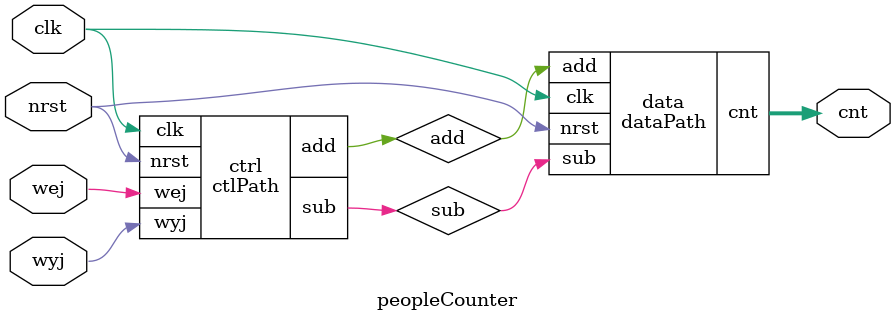
<source format=sv>
module ctlPath(
input clk, nrst,
input wej, wyj,
output add, sub, 		//sygnaly sterujace
);
  const logic [1:0] START = 2'b11, ENTRCL = 2'b10, ENTROP = 2'b01, ALLOP = 2'b00; //start, entry close, entry opened, all open
	
  logic [1:0] inputFot;
  logic [1:0] state;
  assign inputFot = {wej,wyj};
  always_ff @(posedge clk, negedge nrst)
    if (!nrst)
        state <= START;
  	else 
    	state <= inputFot;
  	
  always_comb begin
    add = 0; sub = 0;
    case (state)
      ENTRCL: sub = (inputFot == START || inputFot == ENTROP);
      ENTROP: add = (inputFot == START || inputFot == ENTRCL);
      ALLOP: if(inputFot == ENTRCL) add = 1;
      	 	 else if (inputFot == ENTROP) sub = 1;
    endcase
  end
endmodule

module dataPath(
input clk, nrst,
input add, sub, 		//sygnaly sterujace
output logic [7:0] cnt,
);
  always_ff @(posedge clk, negedge nrst)
    if (!nrst)
    	cnt <= 0;
  	else if (add)
    	cnt <= cnt + 1;
  	else if (sub)
    	cnt <= cnt - 1;
endmodule

module peopleCounter(
input clk, nrst,
input wej, wyj,
output logic [7:0] cnt,
);
  logic add, sub;
  ctlPath ctrl(clk,nrst,wej,wyj,add,sub);
  dataPath data(clk,nrst,add,sub,cnt);
endmodule
</source>
